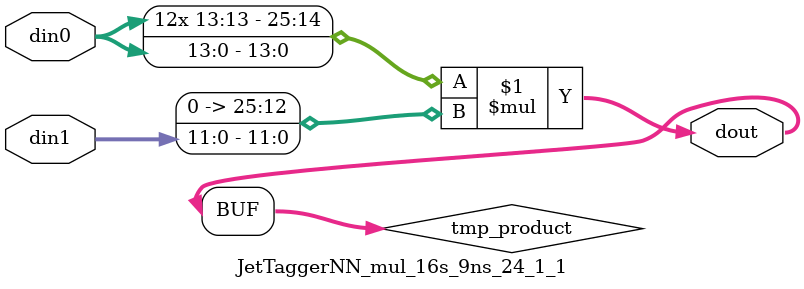
<source format=v>

`timescale 1 ns / 1 ps

  module JetTaggerNN_mul_16s_9ns_24_1_1(din0, din1, dout);
parameter ID = 1;
parameter NUM_STAGE = 0;
parameter din0_WIDTH = 14;
parameter din1_WIDTH = 12;
parameter dout_WIDTH = 26;

input [din0_WIDTH - 1 : 0] din0; 
input [din1_WIDTH - 1 : 0] din1; 
output [dout_WIDTH - 1 : 0] dout;

wire signed [dout_WIDTH - 1 : 0] tmp_product;












assign tmp_product = $signed(din0) * $signed({1'b0, din1});









assign dout = tmp_product;







endmodule

</source>
